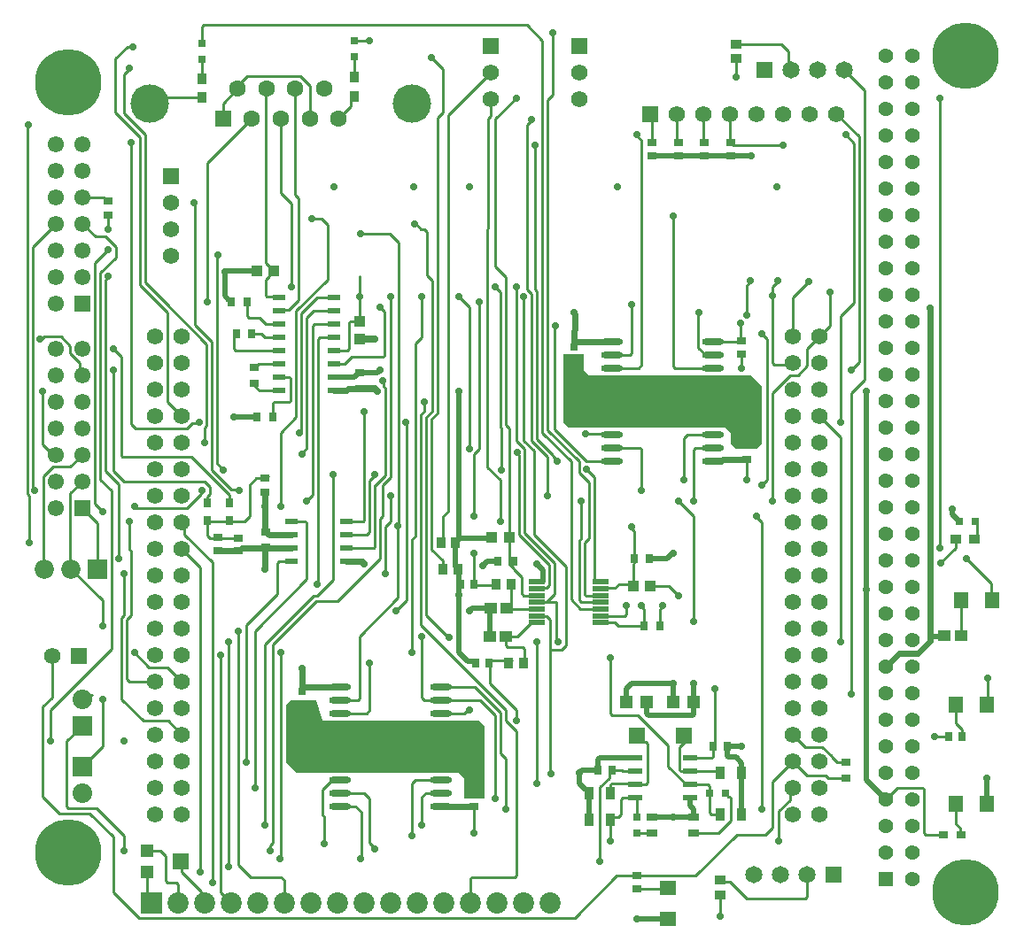
<source format=gbl>
%TF.GenerationSoftware,Altium Limited,Altium Designer,23.1.1 (15)*%
G04 Layer_Physical_Order=4*
G04 Layer_Color=16711680*
%FSLAX25Y25*%
%MOIN*%
%TF.SameCoordinates,FA324DF6-1FC1-44E6-B842-7DB02DEBFDBB*%
%TF.FilePolarity,Positive*%
%TF.FileFunction,Copper,L4,Bot,Signal*%
%TF.Part,Single*%
G01*
G75*
%TA.AperFunction,Conductor*%
%ADD11C,0.01000*%
%ADD12C,0.01968*%
%ADD14C,0.02362*%
%ADD16C,0.02756*%
%TA.AperFunction,ComponentPad*%
%ADD17C,0.14488*%
%ADD18R,0.06299X0.06299*%
%ADD19C,0.06299*%
%ADD20R,0.06201X0.06201*%
%ADD21C,0.06201*%
%ADD22R,0.06102X0.06102*%
%ADD23C,0.06102*%
%ADD24R,0.07972X0.07972*%
%ADD25C,0.07972*%
%ADD26C,0.06496*%
%ADD27R,0.06496X0.06496*%
%ADD28R,0.06201X0.06201*%
%ADD29R,0.07244X0.07244*%
%ADD30C,0.07244*%
%ADD31R,0.06181X0.06181*%
%ADD32C,0.06181*%
%ADD33C,0.05610*%
%ADD34R,0.05610X0.05610*%
%ADD35R,0.07382X0.07382*%
%ADD36C,0.07382*%
%ADD37R,0.06181X0.06181*%
%TA.AperFunction,WasherPad*%
%ADD38C,0.25000*%
%TA.AperFunction,ViaPad*%
%ADD39C,0.02756*%
%TA.AperFunction,SMDPad,CuDef*%
%ADD40R,0.03543X0.03150*%
G04:AMPARAMS|DCode=41|XSize=21.65mil|YSize=49.21mil|CornerRadius=1.95mil|HoleSize=0mil|Usage=FLASHONLY|Rotation=270.000|XOffset=0mil|YOffset=0mil|HoleType=Round|Shape=RoundedRectangle|*
%AMROUNDEDRECTD41*
21,1,0.02165,0.04532,0,0,270.0*
21,1,0.01776,0.04921,0,0,270.0*
1,1,0.00390,-0.02266,-0.00888*
1,1,0.00390,-0.02266,0.00888*
1,1,0.00390,0.02266,0.00888*
1,1,0.00390,0.02266,-0.00888*
%
%ADD41ROUNDEDRECTD41*%
%ADD42R,0.02756X0.02756*%
%ADD43R,0.03150X0.03543*%
%ADD44R,0.03740X0.03150*%
%ADD45R,0.03150X0.03543*%
%ADD46R,0.03543X0.04134*%
G04:AMPARAMS|DCode=47|XSize=17.72mil|YSize=62.99mil|CornerRadius=1.95mil|HoleSize=0mil|Usage=FLASHONLY|Rotation=270.000|XOffset=0mil|YOffset=0mil|HoleType=Round|Shape=RoundedRectangle|*
%AMROUNDEDRECTD47*
21,1,0.01772,0.05909,0,0,270.0*
21,1,0.01382,0.06299,0,0,270.0*
1,1,0.00390,-0.02955,-0.00691*
1,1,0.00390,-0.02955,0.00691*
1,1,0.00390,0.02955,0.00691*
1,1,0.00390,0.02955,-0.00691*
%
%ADD47ROUNDEDRECTD47*%
%ADD48R,0.04724X0.04724*%
%ADD49R,0.05906X0.06299*%
%ADD50O,0.08268X0.02559*%
%ADD51R,0.05118X0.02362*%
%ADD52R,0.03394X0.02613*%
%ADD53R,0.06299X0.05512*%
%ADD54R,0.03937X0.03543*%
%ADD55R,0.03150X0.03150*%
%ADD56R,0.03150X0.03740*%
%ADD57R,0.04469X0.04182*%
%ADD58R,0.04952X0.03985*%
%ADD59R,0.04724X0.04724*%
%ADD60R,0.06299X0.05906*%
%ADD61R,0.03937X0.02953*%
%ADD62R,0.04134X0.03543*%
%ADD63R,0.03543X0.02953*%
%ADD64R,0.05512X0.06299*%
%ADD65R,0.04560X0.03985*%
%ADD66R,0.02613X0.03394*%
%ADD67R,0.03543X0.03150*%
%ADD68R,0.03150X0.03150*%
%ADD69R,0.05512X0.02362*%
%ADD70R,0.03543X0.03937*%
%ADD71R,0.04182X0.04469*%
%ADD72R,0.03765X0.04749*%
G36*
X-261811Y84646D02*
X-202756D01*
X-200787Y82677D01*
Y55118D01*
X-208661D01*
Y62992D01*
X-210630Y64961D01*
X-271654D01*
X-275590Y68898D01*
Y84646D01*
Y90551D01*
X-273903Y92238D01*
X-264342D01*
X-261811Y84646D01*
D02*
G37*
G36*
X-163386Y216535D02*
X-161417Y214567D01*
X-100394D01*
X-96457Y210630D01*
Y188976D01*
X-98425Y187008D01*
X-106299D01*
X-108268Y188976D01*
Y192913D01*
X-110236Y194882D01*
X-169291D01*
X-171260Y196850D01*
Y222441D01*
X-163386D01*
Y216535D01*
D02*
G37*
D11*
X-333849Y196380D02*
X-332091Y194622D01*
X-333849Y196380D02*
Y302140D01*
X-335378Y338377D02*
X-333308D01*
X-333125Y338195D01*
X-339858Y333896D02*
X-335378Y338377D01*
X-339858Y313491D02*
Y333896D01*
X-336614Y328058D02*
X-334696Y329976D01*
Y330209D01*
X-336614Y313076D02*
Y328058D01*
X-339858Y313491D02*
X-330709Y304342D01*
X-216535Y313557D02*
Y329836D01*
X-220995Y334296D02*
X-216535Y329836D01*
X-131538Y135167D02*
X-128000Y131628D01*
X-138555Y135167D02*
X-131538D01*
X-141732Y127478D02*
Y127953D01*
X-147638D02*
X-147561Y127876D01*
X-133858Y127478D02*
Y127953D01*
X-147561Y124601D02*
Y127876D01*
X-313812Y154713D02*
X-303255Y144156D01*
X-314803Y159213D02*
X-313812Y158221D01*
Y154713D02*
Y158221D01*
X-303255Y23622D02*
Y144156D01*
X-307996Y27559D02*
Y142405D01*
X-314803Y149213D02*
X-307996Y142405D01*
X-335555Y100160D02*
Y122453D01*
X-334608Y99213D02*
X-324803D01*
X-335555Y100160D02*
X-334608Y99213D01*
X-330709Y248642D02*
Y304342D01*
X-320213Y204622D02*
Y238146D01*
X-330709Y248642D02*
X-320213Y238146D01*
X-328709Y249572D02*
Y305170D01*
X-321631Y242494D02*
X-321592D01*
X-328709Y249572D02*
X-321631Y242494D01*
X-321592D02*
X-305486Y226387D01*
Y195658D02*
Y226387D01*
X-309978Y233707D02*
Y279457D01*
X-303486Y178998D02*
Y227216D01*
X-309978Y233707D02*
X-303486Y227216D01*
X-310134Y279613D02*
X-309978Y279457D01*
X-222756Y124331D02*
X-214420Y115995D01*
X-224756Y120426D02*
X-192913Y88583D01*
X-228346Y152687D02*
X-226756Y154278D01*
X-222756Y198932D02*
X-220622Y201066D01*
X-224756Y199760D02*
X-223500Y201016D01*
X-220756Y198103D02*
X-218535Y200324D01*
X-220756Y149032D02*
X-216535Y144812D01*
X-224756Y120426D02*
Y199760D01*
X-222756Y124331D02*
Y198932D01*
X-226756Y154278D02*
Y226605D01*
X-224410Y228952D01*
X-220756Y149032D02*
Y198103D01*
X-216535Y141732D02*
Y144812D01*
X-283342Y244680D02*
X-282756Y244094D01*
X-283342Y250567D02*
X-281989Y251921D01*
X-283342Y244680D02*
Y250567D01*
X-282756Y244094D02*
X-278268D01*
X-281989Y251921D02*
Y252346D01*
X-280398Y253937D02*
X-280254D01*
X-281989Y252346D02*
X-280398Y253937D01*
X-278268Y244094D02*
X-278051Y243878D01*
X-283295Y257003D02*
Y322237D01*
Y257003D02*
X-282940Y256649D01*
X-281989Y255528D02*
X-280398Y253937D01*
X-282940Y256623D02*
X-281989Y255671D01*
X-283295Y322237D02*
X-283012Y322520D01*
X-282940Y256623D02*
Y256649D01*
X-280398Y253937D02*
X-280254D01*
X-281989Y255528D02*
Y255671D01*
X-301486Y181407D02*
Y259534D01*
X-301181Y259839D01*
X-34847Y41551D02*
X-27968D01*
X-290354Y242126D02*
X-290280Y242051D01*
Y236806D02*
Y242051D01*
X-289694Y236221D02*
X-285433D01*
X-290280Y236806D02*
X-289694Y236221D01*
X-288386Y230315D02*
X-284790D01*
X-278159Y228986D02*
X-278051Y228878D01*
X-284790Y230315D02*
X-283461Y228986D01*
X-278159D01*
X-285846Y218878D02*
X-278051D01*
X-287205Y217520D02*
X-285846Y218878D01*
X-287402Y217520D02*
X-287205D01*
X-279889Y204724D02*
X-274302D01*
X-280474Y204139D02*
X-279889Y204724D01*
X-280474Y198856D02*
Y204139D01*
X-102362Y175197D02*
Y182230D01*
Y183071D01*
X-187816Y154484D02*
Y184267D01*
Y154484D02*
X-176453Y143121D01*
X-188658Y185109D02*
Y185584D01*
Y185109D02*
X-187816Y184267D01*
X-134740Y120181D02*
Y126596D01*
X-133858Y127478D01*
X-148147Y124016D02*
X-147561Y124601D01*
X-140922Y120253D02*
X-140748Y120079D01*
X-141732Y127478D02*
X-140922Y126668D01*
Y120253D02*
Y126668D01*
X-157087Y124016D02*
X-148147D01*
X-134843Y120079D02*
X-134740Y120181D01*
X-141732Y120079D02*
X-140748D01*
X-150495D02*
X-141732D01*
X-157087Y121457D02*
X-151873D01*
X-150495Y120079D01*
X-204724Y42323D02*
Y52165D01*
X-73721Y74622D02*
X-70213Y71114D01*
X-68232Y68898D02*
X-64961D01*
X-70213Y70878D02*
X-68232Y68898D01*
X-70213Y70878D02*
Y71114D01*
X-80213Y74622D02*
X-73721D01*
X-84803Y79213D02*
X-80213Y74622D01*
X-74803Y199213D02*
X-66929Y191339D01*
X-62992Y94488D02*
Y207801D01*
X-57840Y212953D01*
X-66929Y114173D02*
Y191339D01*
X-72518Y63803D02*
X-71706Y62992D01*
X-64961D01*
X-84803Y69213D02*
X-79394Y63803D01*
X-72518D01*
X-96457Y51181D02*
Y159316D01*
X-98425Y161284D02*
Y161417D01*
Y161284D02*
X-96457Y159316D01*
X-23672Y149617D02*
Y152587D01*
X-29179Y143966D02*
Y144110D01*
X-23672Y149617D01*
X-19685Y145669D02*
X-10157Y136141D01*
Y130235D02*
Y136141D01*
X-9843Y129921D02*
X-7874Y131890D01*
X-10157Y130235D02*
X-9843Y129921D01*
X-257308Y218804D02*
X-253657D01*
X-251005Y221457D01*
X-239207D01*
X-257382Y218878D02*
X-257308Y218804D01*
X-240158Y240158D02*
X-238621Y238621D01*
X-239207Y221457D02*
X-238621Y222042D01*
Y238621D01*
X-236221Y176172D02*
Y244083D01*
X-239098Y173294D02*
X-236221Y176172D01*
X-236232Y244094D02*
X-236221Y244083D01*
X-236252Y159550D02*
Y169260D01*
X-233354Y170495D02*
X-233343Y170483D01*
X-233354Y168088D02*
X-233343Y168099D01*
X-233354Y157831D02*
Y168088D01*
X-233431Y157754D02*
X-233354Y157831D01*
X-233343Y168099D02*
Y170483D01*
X-233354Y170495D02*
Y264717D01*
X-236252Y169260D02*
X-236221Y169291D01*
X-236708Y268071D02*
X-233354Y264717D01*
X-233431Y130742D02*
Y157754D01*
X-248031Y116142D02*
X-233431Y130742D01*
X-238094Y139858D02*
Y157708D01*
X-236252Y159550D01*
X-230346Y129890D02*
Y196880D01*
X-228346Y110236D02*
Y152687D01*
X-331470Y164622D02*
X-312849D01*
X-307423Y170049D01*
Y170924D01*
X-307087Y171260D01*
X-304528Y159449D02*
X-291339D01*
X-304299Y153310D02*
X-293443D01*
X-305118Y154129D02*
Y160039D01*
Y154129D02*
X-304299Y153310D01*
X-305118Y160039D02*
X-304528Y159449D01*
X-289370Y161417D02*
Y173228D01*
X-291339Y159449D02*
X-289370Y161417D01*
Y173228D02*
X-286811Y175787D01*
X-283465D01*
X-311119Y183803D02*
X-296993Y169678D01*
Y166695D02*
Y169678D01*
X-296083Y171596D02*
X-293643D01*
X-303486Y178998D02*
X-296083Y171596D01*
X-293643D02*
X-293307Y171260D01*
X-293443Y153310D02*
X-293404D01*
X-282449Y176231D02*
X-282154Y176526D01*
X-198819Y98425D02*
Y106264D01*
X-199104D02*
X-198141Y107227D01*
X-190601D01*
X-185828Y106691D02*
Y111619D01*
X-186221Y106299D02*
X-185828Y106691D01*
X-192328Y112205D02*
X-186414D01*
X-185828Y111619D01*
X-204794Y135897D02*
Y147568D01*
X-204724Y135827D02*
X-204589Y135692D01*
X-190994Y127867D02*
Y136026D01*
X-192287Y126575D02*
X-190994Y127867D01*
X-192287Y126575D02*
X-181102D01*
X-204589Y135692D02*
X-196592D01*
X-196457Y135827D01*
X-191672Y153543D02*
Y160690D01*
X-194882Y159449D02*
Y175193D01*
X-191672Y149606D02*
Y153543D01*
Y160690D02*
X-191536Y160826D01*
X-191672Y143590D02*
Y149606D01*
X-191536Y160826D02*
Y194613D01*
X-204724Y161417D02*
Y184906D01*
X-202756Y186875D02*
Y242126D01*
X-204724Y184906D02*
X-202756Y186875D01*
X-194882Y195131D02*
X-194414Y194663D01*
Y178796D02*
Y194663D01*
X-199728Y180040D02*
Y269733D01*
Y180040D02*
X-194882Y175193D01*
Y195131D02*
Y246063D01*
X-196736Y255476D02*
X-192882Y251621D01*
X-196850Y248031D02*
X-194882Y246063D01*
X-192882Y195959D02*
X-191536Y194613D01*
X-192882Y195959D02*
Y251621D01*
X-223386Y269683D02*
X-222441Y268738D01*
X-224947Y269683D02*
X-223386D01*
X-227172Y271433D02*
X-226697D01*
X-224947Y269683D01*
X-222441Y252101D02*
Y268738D01*
X-247540Y268071D02*
X-236708D01*
X-360917Y49620D02*
X-349401D01*
X-367051Y55753D02*
X-360917Y49620D01*
X-349401D02*
X-340551Y40769D01*
X-357682Y51646D02*
X-346921D01*
X-358268Y52232D02*
Y76772D01*
Y52232D02*
X-357682Y51646D01*
X-346921D02*
X-336614Y41339D01*
X-340551Y19827D02*
Y40769D01*
Y19827D02*
X-330985Y10262D01*
X-358268Y76772D02*
X-352362Y82677D01*
X-336614Y35433D02*
Y41339D01*
X-166903Y10262D02*
X-151065Y26100D01*
X-330985Y10262D02*
X-166903D01*
X-367051Y55753D02*
Y89785D01*
X-363650Y93186D01*
Y108798D01*
X-364173Y76772D02*
Y88583D01*
X-341335Y111421D01*
X-356756Y142032D02*
X-344488Y129764D01*
Y120079D02*
Y129764D01*
X-157480Y59429D02*
X-153856Y63054D01*
Y64912D02*
X-153002Y65766D01*
X-153856Y63054D02*
Y64912D01*
X-176110Y111295D02*
Y122592D01*
Y111295D02*
X-176110Y111295D01*
X-176110Y64664D02*
Y111295D01*
X-176110Y111295D02*
X-172036D01*
X-170350Y112981D01*
Y142676D01*
X-176110Y64664D02*
X-176027Y64581D01*
X-177446Y123843D02*
X-176210Y122607D01*
X-181102Y124016D02*
X-180929Y124189D01*
X-273654Y250961D02*
Y279237D01*
X-277559Y283143D02*
X-273654Y279237D01*
X-129921Y217810D02*
Y274522D01*
X-129912Y274531D01*
X-223500Y201016D02*
Y204724D01*
X-222441Y252101D02*
X-220622Y250283D01*
Y201066D02*
Y250283D01*
X-218535Y311557D02*
X-216535Y313557D01*
X-218535Y200324D02*
Y311557D01*
X-234186Y126051D02*
X-230346Y129890D01*
X-230382Y196916D02*
X-230346Y196880D01*
X-224410Y93106D02*
X-223607Y92303D01*
X-224410Y93106D02*
Y116009D01*
X-224476Y116075D02*
X-224410Y116009D01*
X-177120Y193860D02*
Y318303D01*
X-175197Y320226D01*
X-181255Y190736D02*
Y246149D01*
X-181997Y246892D02*
X-181255Y246149D01*
X-184875Y308758D02*
X-183071Y310563D01*
Y311024D01*
X-184875Y246941D02*
X-183255Y245321D01*
X-181997Y246892D02*
Y301181D01*
X-185039Y346457D02*
X-179120Y340537D01*
X-184875Y246941D02*
Y308758D01*
X-179120Y193032D02*
Y340537D01*
X-189011Y190007D02*
X-185780Y186776D01*
X-189011Y190007D02*
Y247997D01*
X-177446Y129134D02*
X-174016D01*
X-183255Y189908D02*
X-177165Y183818D01*
X-181102Y129134D02*
X-177446D01*
X-189011Y247997D02*
X-188976Y248031D01*
X-186133Y189957D02*
Y244094D01*
Y189957D02*
X-182305Y186130D01*
X-183255Y189908D02*
Y245321D01*
X-181255Y190736D02*
X-175165Y184647D01*
X-129921Y217810D02*
X-129335Y217224D01*
X-107165Y301181D02*
X-88583D01*
X-108425Y302441D02*
X-107165Y301181D01*
X-174591Y231833D02*
X-174577Y231847D01*
Y232961D01*
X-177120Y193860D02*
X-165354Y182095D01*
X-179120Y193032D02*
X-168350Y182263D01*
X-174577Y232961D02*
X-174241Y233297D01*
X-92520Y244429D02*
Y248031D01*
Y242126D02*
Y244429D01*
X-102362Y237311D02*
Y248401D01*
X-100937Y249826D01*
Y250302D01*
X-145669Y222810D02*
Y241216D01*
X-262060Y273622D02*
X-259842Y271405D01*
X-265748Y273622D02*
X-262060D01*
X-259842Y250673D02*
Y271405D01*
X-206693Y187008D02*
Y240158D01*
X-210630Y244094D02*
X-206693Y240158D01*
X-214567Y163386D02*
Y312697D01*
X-216535Y161417D02*
X-214567Y163386D01*
Y312697D02*
X-198524Y328740D01*
X-273654Y248016D02*
X-273606Y248063D01*
X-273654Y250961D02*
X-273606Y250914D01*
Y248063D02*
Y250914D01*
X-199529Y311173D02*
X-198524Y312179D01*
X-199529Y269932D02*
Y311173D01*
X-199728Y269733D02*
X-199529Y269932D01*
X-196736Y311138D02*
X-188976Y318898D01*
X-196736Y255476D02*
Y311138D01*
X-248031Y234767D02*
Y251969D01*
X-224410Y228952D02*
Y244094D01*
X-23672Y152587D02*
X-23475Y152784D01*
X-21654Y116574D02*
Y129921D01*
Y116574D02*
X-21566Y116487D01*
X-21803Y41569D02*
X-21684Y41450D01*
X-23676Y45796D02*
X-21803Y43923D01*
Y41569D02*
Y43923D01*
X-23676Y45796D02*
Y53096D01*
X-11811Y90551D02*
X-11613Y90749D01*
Y100728D01*
X-21286Y78882D02*
X-21144Y78740D01*
X-21286Y78882D02*
Y81352D01*
X-23622Y83687D02*
X-21286Y81352D01*
X-23622Y83687D02*
Y90551D01*
X-31496Y78740D02*
X-26100D01*
X-11811Y90551D02*
X-9843Y88583D01*
X-57840Y212953D02*
Y321777D01*
X-29528Y149606D02*
Y318898D01*
X-192913Y84513D02*
Y88583D01*
X-368081Y228346D02*
X-367606D01*
X-366676Y229276D01*
X-360320D01*
X-356756Y225712D01*
Y222839D02*
Y225712D01*
Y222839D02*
X-353181Y219264D01*
Y215701D02*
Y219264D01*
Y215701D02*
X-352205Y214724D01*
X-372959Y170070D02*
Y308626D01*
X-372659Y308926D01*
X-372959Y170070D02*
X-372047Y169158D01*
X-175197Y320226D02*
Y343547D01*
X-372047Y151575D02*
Y169158D01*
X-370959Y172615D02*
Y262899D01*
X-362205Y271654D01*
X-370959Y172615D02*
X-370079Y171735D01*
Y171260D02*
Y171735D01*
X-366756Y176610D02*
X-363192Y180173D01*
X-366756Y142032D02*
Y176610D01*
Y142032D02*
X-366457Y141732D01*
X-367201Y199298D02*
Y208661D01*
X-367335Y188725D02*
X-363334Y184724D01*
X-367335Y188725D02*
Y199164D01*
X-367201Y199298D01*
X-106299Y326772D02*
Y333858D01*
X-363334Y184724D02*
X-362205D01*
X-320213Y204622D02*
X-314803Y199213D01*
X-336614Y313076D02*
X-328709Y305170D01*
X-311009Y196514D02*
X-308700D01*
X-312902Y194622D02*
X-311009Y196514D01*
X-301486Y181407D02*
X-299213Y179134D01*
X-308700Y196514D02*
X-308364Y196850D01*
X-306364Y194780D02*
X-305486Y195658D01*
X-306364Y189340D02*
Y194780D01*
X-299213Y178796D02*
Y179134D01*
X-295276Y224464D02*
X-294690Y223878D01*
X-278051D01*
X-295276Y224464D02*
Y230315D01*
X-337056Y183803D02*
X-311119D01*
X-175165Y184303D02*
Y184647D01*
X-173422Y182084D02*
Y182560D01*
X-175165Y184303D02*
X-173422Y182560D01*
X-185780Y155277D02*
X-174453Y143950D01*
X-185780Y155277D02*
Y186776D01*
X-182305Y154630D02*
Y186130D01*
X-177165Y169291D02*
Y183818D01*
X-174591Y194276D02*
X-162539Y182224D01*
X-174591Y194276D02*
Y231833D01*
X-165354Y177942D02*
Y182095D01*
X-162539Y182224D02*
X-152953D01*
X-168350Y130089D02*
Y182263D01*
X-125984Y175197D02*
Y190945D01*
X-162476Y179134D02*
X-159541Y176199D01*
X-164836Y126575D02*
X-157087D01*
X-168350Y130089D02*
X-164836Y126575D01*
X-127953Y167323D02*
X-122047Y161417D01*
Y122047D02*
Y161417D01*
X-238189Y139764D02*
X-238094Y139858D01*
X-239098Y161637D02*
Y173294D01*
X-240094Y160641D02*
X-239098Y161637D01*
X-336562Y174622D02*
X-306379D01*
X-304209Y169945D02*
Y172452D01*
X-306379Y174622D02*
X-304209Y172452D01*
X-305118Y169035D02*
X-304209Y169945D01*
X-305118Y165650D02*
Y169035D01*
X-347398Y256933D02*
X-342520Y261811D01*
X-347398Y166295D02*
Y256933D01*
Y166295D02*
X-344488Y163386D01*
X-352205Y271654D02*
X-347358Y266807D01*
X-343446D02*
X-339642Y263003D01*
X-345398Y253161D02*
X-339642Y258916D01*
X-347358Y266807D02*
X-343446D01*
X-339642Y258916D02*
Y263003D01*
X-345398Y175257D02*
Y253161D01*
X-340520Y178580D02*
Y216535D01*
X-343398Y250615D02*
X-342520Y251493D01*
X-345398Y175257D02*
X-341335Y171194D01*
X-343398Y178629D02*
Y250615D01*
Y178629D02*
X-338457Y173688D01*
X-340520Y178580D02*
X-336562Y174622D01*
X-342520Y251493D02*
Y251969D01*
X-338457Y145669D02*
Y173688D01*
X-341335Y111421D02*
Y171194D01*
X-337555Y92663D02*
X-329315Y84423D01*
X-333736Y124272D02*
Y148318D01*
X-334646Y149227D02*
Y159449D01*
Y149227D02*
X-333736Y148318D01*
X-337555Y123282D02*
X-336614Y124223D01*
X-337555Y92663D02*
Y123282D01*
X-336614Y124223D02*
Y139764D01*
X-335555Y122453D02*
X-333736Y124272D01*
X-337642Y184389D02*
X-337056Y183803D01*
X-337642Y184389D02*
Y221532D01*
X-332677Y110236D02*
X-327063Y104622D01*
X-320213D01*
X-45695Y59305D02*
X-36019D01*
X-35433Y42137D02*
Y58719D01*
X-36019Y59305D02*
X-35433Y58719D01*
Y42137D02*
X-34847Y41551D01*
X-182305Y154630D02*
X-170350Y142676D01*
X-180929Y123843D02*
X-177446D01*
X-181102Y124016D02*
X-180929Y123843D01*
X-174016Y114961D02*
X-173228Y114173D01*
X-174016Y114961D02*
Y129134D01*
X-177446Y129307D02*
X-174453Y132300D01*
Y143950D01*
X-180929Y134425D02*
X-177446D01*
X-176453Y135418D02*
Y143121D01*
X-177446Y134425D02*
X-176453Y135418D01*
X-159541Y137197D02*
X-159155Y136811D01*
X-164476Y153281D02*
Y167323D01*
X-159155Y136811D02*
X-157087D01*
X-163354Y132279D02*
X-162768Y131693D01*
X-159541Y137197D02*
Y176199D01*
X-163354Y151575D02*
X-161598Y153331D01*
Y174186D01*
X-162768Y131693D02*
X-157087D01*
X-165354Y152403D02*
X-164476Y153281D01*
X-165354Y129921D02*
Y152403D01*
X-164567Y129134D02*
X-157087D01*
X-163354Y132279D02*
Y151575D01*
X-165354Y129921D02*
X-164567Y129134D01*
X-165354Y177942D02*
X-161598Y174186D01*
X-332091Y194622D02*
X-312902D01*
X-332677Y165354D02*
X-332202D01*
X-331470Y164622D01*
X-324512Y319188D02*
X-307189D01*
X-326772Y316929D02*
X-324512Y319188D01*
X-307189D02*
X-307087Y319291D01*
X-290317Y327169D02*
X-270180D01*
X-293917Y322520D02*
Y323569D01*
X-290317Y327169D01*
X-299370Y317067D02*
X-293917Y322520D01*
X-271716Y198800D02*
Y238799D01*
X-270776Y243004D02*
Y281274D01*
X-272106Y282605D02*
X-270776Y281274D01*
X-277559Y192957D02*
X-271716Y198800D01*
Y238799D02*
X-259842Y250673D01*
X-277559Y165354D02*
Y192957D01*
X-274311Y213878D02*
X-273716Y213283D01*
Y205310D02*
Y213283D01*
X-272106Y282605D02*
Y322520D01*
X-274302Y204724D02*
X-273716Y205310D01*
X-274701Y239078D02*
X-270776Y243004D01*
X-278051Y238878D02*
X-277851Y239078D01*
X-274701D01*
X-267717Y236221D02*
X-265059Y238878D01*
X-269717Y192913D02*
Y237433D01*
X-269717Y237847D02*
X-264751Y242936D01*
X-267717Y192913D02*
Y236221D01*
X-269717Y237433D02*
X-269717Y237847D01*
X-265059Y238878D02*
X-257382D01*
X-342520Y269685D02*
Y275000D01*
X-257874Y137662D02*
Y177165D01*
X-264038Y131498D02*
X-257874Y137662D01*
X-283465Y113198D02*
X-265164Y131498D01*
X-264038D01*
X-283465Y45276D02*
Y113198D01*
X-287116Y59374D02*
Y118396D01*
X-267717Y137795D01*
Y158863D01*
X-263616Y135990D02*
Y192104D01*
X-263779Y135827D02*
X-263616Y135990D01*
X-280438Y38460D02*
Y113396D01*
X-264336Y129498D02*
X-256196D01*
X-280438Y113396D02*
X-264336Y129498D01*
X-290478Y120689D02*
X-278861Y132305D01*
Y143863D01*
X-290478Y69054D02*
Y120689D01*
X-277680Y32676D02*
Y110115D01*
X-277801Y32555D02*
X-277680Y32676D01*
Y110115D02*
X-277559Y110236D01*
X-293457Y30221D02*
X-288827Y25591D01*
X-293457Y30221D02*
Y118164D01*
X-300377Y20018D02*
X-296378Y16018D01*
X-300377Y20018D02*
Y109130D01*
X-296378Y15748D02*
Y16018D01*
X-297244Y29528D02*
Y114173D01*
X-314834Y27432D02*
Y31172D01*
X-315158Y31496D02*
X-314834Y31172D01*
Y27432D02*
X-311024Y23622D01*
X-311024D01*
X-307643Y17013D02*
X-306378Y15748D01*
X-307643Y17013D02*
Y20242D01*
X-311024Y23622D02*
X-307643Y20242D01*
X-238794Y210396D02*
X-238252Y209854D01*
Y176969D02*
Y209854D01*
X-241993Y173228D02*
X-238252Y176969D01*
X-238794Y210396D02*
Y212263D01*
X-239130Y212598D02*
X-238794Y212263D01*
X-242094Y150066D02*
Y173228D01*
X-241993D01*
X-240094Y145599D02*
Y160641D01*
X-214420Y115995D02*
X-214343D01*
X-281445Y37452D02*
X-280438Y38460D01*
X-223607Y92303D02*
X-217126D01*
X-188976Y26176D02*
Y80576D01*
X-92570Y44321D02*
Y61446D01*
X-95199Y41692D02*
X-92570Y44321D01*
Y61446D02*
X-84803Y69213D01*
X-90204Y39252D02*
X-90074Y39382D01*
Y50433D02*
X-85795Y54713D01*
X-90074Y39382D02*
Y50433D01*
X-105946Y41692D02*
X-95199D01*
X-85795Y58221D02*
X-84803Y59213D01*
X-85795Y54713D02*
Y58221D01*
X-144578Y143808D02*
Y155914D01*
X-145669Y157005D02*
X-144578Y155914D01*
X-145669Y157005D02*
Y157480D01*
X-121538Y26100D02*
X-105946Y41692D01*
X-143701Y26100D02*
X-121538D01*
X-234186Y125918D02*
Y126051D01*
X-281496Y35433D02*
X-281445Y35484D01*
Y37452D01*
X-247525Y32585D02*
X-247329Y32782D01*
Y50217D01*
X-249415Y52303D02*
X-247329Y50217D01*
X-261811Y48920D02*
X-261372Y48482D01*
Y38265D02*
Y48482D01*
X-261811Y48920D02*
Y58661D01*
X-258169Y62303D01*
X-256196Y129498D02*
X-240094Y145599D01*
X-248031Y92889D02*
Y116142D01*
X-248617Y92303D02*
X-248031Y92889D01*
X-252756Y149449D02*
X-242712D01*
X-242094Y150066D01*
X-255315Y92303D02*
X-248617D01*
X-228346Y60919D02*
X-226963Y62303D01*
X-228346Y41339D02*
Y60919D01*
X-224512Y45378D02*
Y55779D01*
Y45378D02*
X-224410Y45276D01*
X-224512Y55779D02*
X-223026Y57266D01*
X-192913Y84513D02*
X-188976Y80576D01*
X-216535Y152362D02*
Y161417D01*
X-217323Y151575D02*
X-216535Y152362D01*
X-189562Y25591D02*
X-188976Y26176D01*
X-196913Y71335D02*
Y86677D01*
X-194913Y72163D02*
X-192913Y70163D01*
X-204711Y97303D02*
X-194913Y87506D01*
X-202539Y92303D02*
X-196913Y86677D01*
X-205792Y25591D02*
X-189562D01*
X-192913Y51181D02*
Y70163D01*
X-196850Y55118D02*
Y71272D01*
X-194913Y72163D02*
Y87506D01*
X-196913Y71335D02*
X-196850Y71272D01*
X-198819Y98425D02*
X-188976Y88583D01*
Y84646D02*
Y88583D01*
X-206378Y15748D02*
Y25005D01*
X-205792Y25591D01*
X-288827D02*
X-277559D01*
X-329315Y84423D02*
X-320013D01*
X-314803Y79213D01*
X-320213Y104622D02*
X-314803Y99213D01*
X-276378Y15748D02*
Y24409D01*
X-277559Y25591D02*
X-276378Y24409D01*
X-349028Y94285D02*
X-348629D01*
X-352362Y67087D02*
X-344488Y74961D01*
Y92520D01*
X-258169Y62303D02*
X-255315D01*
X-198524Y312179D02*
Y318740D01*
X-306501Y346457D02*
X-185039D01*
X-307087Y345871D02*
X-306501Y346457D01*
X-307087Y339567D02*
Y345871D01*
X-153195Y192467D02*
X-152953Y192224D01*
X-162813Y192467D02*
X-153195D01*
X-181102Y134252D02*
X-180929Y134425D01*
X-250000Y340551D02*
X-250000Y340551D01*
X-244094D01*
X-189961Y141535D02*
X-186940Y138515D01*
X-189961Y141535D02*
Y141929D01*
X-191672Y143590D02*
X-191086Y143004D01*
X-191035D02*
X-189961Y141929D01*
X-191086Y143004D02*
X-191035D01*
X-141732Y218504D02*
Y303017D01*
X-143701Y304985D02*
Y305118D01*
X-143012Y217224D02*
X-141732Y218504D01*
X-143701Y304985D02*
X-141732Y303017D01*
X-146255Y222224D02*
X-145669Y222810D01*
X-152953Y217224D02*
X-143012D01*
X-152953Y222224D02*
X-146255D01*
X-144942Y143443D02*
X-144578Y143808D01*
X-340520Y224410D02*
X-337642Y221532D01*
X-352362Y92677D02*
X-350635D01*
X-181102Y61024D02*
Y114173D01*
X-186940Y132476D02*
Y138515D01*
X-307087Y339567D02*
X-307087Y339567D01*
X-157087Y124016D02*
X-157087Y124016D01*
X-92488Y167354D02*
Y208020D01*
X-92520Y167323D02*
X-92488Y167354D01*
X-94488Y175197D02*
Y228346D01*
X-79394Y224622D02*
X-70866Y233150D01*
X-96457Y230315D02*
X-94488Y228346D01*
X-96457Y173228D02*
X-94488Y175197D01*
X-92488Y208020D02*
X-85886Y214622D01*
X-244094Y155512D02*
Y175064D01*
X-242126Y177032D02*
Y177165D01*
X-244094Y175064D02*
X-242126Y177032D01*
X-246094Y160035D02*
Y200756D01*
X-252756Y159449D02*
X-246680D01*
X-246094Y160035D01*
Y200756D02*
X-246063Y200787D01*
X-263030Y228878D02*
X-257382D01*
X-263616Y192104D02*
X-263616Y228292D01*
X-263030Y228878D01*
X-66929Y236894D02*
X-61847Y241977D01*
Y302004D01*
X-64961Y305118D02*
X-61847Y302004D01*
X-62992Y216535D02*
X-59847Y219681D01*
X-68425Y312992D02*
X-59847Y304413D01*
Y219681D02*
Y304413D01*
X-66929Y196850D02*
Y236894D01*
X-65709Y329646D02*
X-57840Y321777D01*
X-27968Y41551D02*
X-27756Y41339D01*
X-70866Y233150D02*
Y246063D01*
X-352205Y281653D02*
X-344350D01*
X-342815Y280118D01*
X-342520D01*
X-104395Y227623D02*
Y234153D01*
X-90551Y250000D02*
Y250078D01*
X-104395Y227623D02*
X-104331Y227559D01*
X-92520Y248031D02*
X-90551Y250000D01*
X-120398Y237870D02*
X-120079Y238189D01*
X-120398Y225004D02*
Y237870D01*
X-106299Y339370D02*
X-89370D01*
X-86614Y336614D01*
Y330551D02*
X-85709Y329646D01*
X-86614Y330551D02*
Y336614D01*
X-84803Y243937D02*
X-78740Y250000D01*
X-84803Y229213D02*
Y243937D01*
X-85886Y214622D02*
X-82902D01*
X-79394Y218130D02*
Y224622D01*
X-82902Y214622D02*
X-79394Y218130D01*
X-122047Y167323D02*
Y171260D01*
X-122047Y171260D02*
X-122047Y171260D01*
X-92488Y219090D02*
X-91902Y218504D01*
X-92488Y219090D02*
Y242094D01*
X-92520Y242126D02*
X-92488Y242094D01*
X-91902Y218504D02*
X-85512D01*
X-84803Y219213D01*
X-129335Y217224D02*
X-114764D01*
X-120398Y225004D02*
X-117618Y222224D01*
X-114764D01*
X-108425Y302441D02*
Y312992D01*
X-118425Y302480D02*
X-118110Y302165D01*
X-118425Y302480D02*
Y312992D01*
X-128425Y302638D02*
Y312992D01*
Y302638D02*
X-127953Y302165D01*
X-138425Y312992D02*
X-137795Y312362D01*
Y302165D02*
Y312362D01*
X-110933Y23925D02*
X-108571D01*
X-102362Y17717D02*
X-80231D01*
X-108571Y23925D02*
X-102362Y17717D01*
X-80231D02*
X-79646Y18302D01*
Y26654D01*
X-112205Y25197D02*
X-110933Y23925D01*
X-112205Y11024D02*
Y18898D01*
X-50000Y55000D02*
X-45695Y59305D01*
X-143701Y21144D02*
X-132399D01*
X-131890Y21654D01*
X-151065Y26100D02*
X-143701D01*
X-15708Y153546D02*
Y158861D01*
X-16298Y159451D02*
X-15708Y158861D01*
X-363192Y180173D02*
X-356756D01*
X-352205Y184724D01*
X-356756Y142032D02*
Y170173D01*
X-352205Y174724D01*
X-346457Y141732D02*
Y158976D01*
X-352205Y164724D02*
X-346457Y158976D01*
X-217126Y97303D02*
X-204711D01*
X-207168Y88583D02*
X-206693D01*
X-217126Y92303D02*
X-202539D01*
X-208448Y87303D02*
X-207168Y88583D01*
X-217126Y87303D02*
X-208448D01*
X-244094Y88583D02*
Y106299D01*
X-245158Y154449D02*
X-244094Y155512D01*
X-252756Y154449D02*
X-245158D01*
X-244094Y38444D02*
Y55118D01*
Y38444D02*
X-242126Y36476D01*
Y36342D02*
Y36476D01*
X-269685Y185039D02*
Y185172D01*
X-267717Y167323D02*
X-265616Y169423D01*
X-269685Y185172D02*
X-267717Y187141D01*
X-265616Y233292D02*
X-265031Y233878D01*
X-267717Y187141D02*
Y192913D01*
X-267717Y192913D01*
X-265616Y169423D02*
Y233292D01*
X-273622Y159449D02*
X-268302D01*
X-267717Y158863D01*
X-265031Y233878D02*
X-257382D01*
X-151718Y134425D02*
X-150316Y135827D01*
X-156913Y134425D02*
X-151718D01*
X-157087Y134252D02*
X-156913Y134425D01*
X-150316Y135827D02*
X-144942D01*
Y143443D01*
X-183366Y121457D02*
X-181102D01*
X-192913Y116142D02*
X-188681D01*
X-192913Y112791D02*
Y116142D01*
Y112791D02*
X-192328Y112205D01*
X-188681Y116142D02*
X-183366Y121457D01*
X-186157Y131693D02*
X-181102D01*
X-186940Y132476D02*
X-186157Y131693D01*
X-250000Y334646D02*
Y335629D01*
Y326772D02*
Y334646D01*
X-307087Y333661D02*
X-307087Y333661D01*
Y326378D02*
Y333661D01*
X-277559Y283143D02*
Y311339D01*
X-264751Y242936D02*
X-264172Y243516D01*
X-263809Y243878D01*
X-257382D01*
X-251969Y234181D02*
X-251383Y234767D01*
X-251969Y224464D02*
Y234181D01*
X-251383Y234767D02*
X-248031D01*
X-305118Y242126D02*
Y294685D01*
X-288465Y311339D01*
X-252554Y223878D02*
X-251969Y224464D01*
X-257382Y223878D02*
X-252554D01*
X-278051Y213878D02*
X-274311D01*
X-285650Y208878D02*
X-278051D01*
X-287402Y210630D02*
X-285650Y208878D01*
X-285433Y236221D02*
X-283090Y233878D01*
X-278051D01*
X-283465Y149606D02*
X-283465Y149606D01*
X-278276Y144449D02*
X-273622D01*
X-278861Y143863D02*
X-278276Y144449D01*
X-104331Y222441D02*
X-104245Y222356D01*
Y217087D02*
Y222356D01*
X-141732Y171260D02*
Y186639D01*
X-152953Y187224D02*
X-142318D01*
X-141732Y186639D01*
X-125984Y190945D02*
X-124705Y192224D01*
X-114764D01*
X-122047Y171260D02*
Y186639D01*
X-121461Y187224D01*
X-114764D01*
Y227224D02*
X-104665D01*
X-104331Y227559D01*
X-245374Y87303D02*
X-244094Y88583D01*
X-255315Y87303D02*
X-245374D01*
X-246280Y57303D02*
X-244094Y55118D01*
X-255315Y57303D02*
X-246280D01*
X-255315Y52303D02*
X-249415D01*
X-226963Y62303D02*
X-217126D01*
X-223026Y57266D02*
X-217164D01*
X-217126Y57303D01*
X-143701Y78937D02*
X-141248Y76484D01*
X-140223D02*
X-139637Y75898D01*
X-140223Y60492D02*
X-139637Y61078D01*
Y75898D01*
X-144291Y60492D02*
X-140223D01*
X-141248Y76484D02*
X-140223D01*
X-157480Y31496D02*
Y59429D01*
X-114173Y75394D02*
Y96457D01*
X-114764Y74803D02*
X-114173Y75394D01*
X-114764Y71078D02*
Y74803D01*
X-123425Y70492D02*
X-115350D01*
X-114764Y71078D01*
X-153543Y87200D02*
Y108268D01*
Y87200D02*
X-152957Y86614D01*
X-143154D01*
X-131858Y75318D01*
Y67350D02*
Y75318D01*
Y67350D02*
X-125000Y60492D01*
X-123425D01*
X-124016Y76968D02*
Y78357D01*
X-127681Y66078D02*
X-127095Y65492D01*
X-127681Y66078D02*
Y74691D01*
X-124710Y77663D02*
X-124016Y76968D01*
X-124710Y77663D02*
X-124016Y78357D01*
X-127095Y65492D02*
X-123425D01*
X-127681Y74691D02*
X-124710Y77663D01*
X-125984Y78937D02*
X-124710Y77663D01*
X-123425Y65492D02*
X-112736D01*
X-153445Y39370D02*
Y47244D01*
X-149294Y65766D02*
X-149021Y65492D01*
X-153002Y65766D02*
X-149294D01*
X-149021Y65492D02*
X-144291D01*
X-143701Y42323D02*
X-138780D01*
X-144291Y55492D02*
X-143701Y54901D01*
Y48229D02*
Y54901D01*
X-110236Y57087D02*
X-109161Y56012D01*
X-108853D02*
X-108268Y55426D01*
X-109161Y56012D02*
X-108853D01*
X-108268Y46870D02*
Y55426D01*
X-112815Y42323D02*
X-108268Y46870D01*
X-116142Y49798D02*
Y59906D01*
X-116727Y60492D02*
X-116142Y59906D01*
X-123425Y60492D02*
X-116727D01*
X-116142Y49798D02*
X-115556Y49213D01*
X-112303D01*
X-153445Y60438D02*
X-152859Y61024D01*
X-153445Y57087D02*
Y60438D01*
X-144823Y61024D02*
X-144291Y60492D01*
X-152859Y61024D02*
X-144823D01*
X-150648Y48171D02*
X-149606Y49213D01*
Y54906D01*
X-149021Y55492D01*
X-144291D01*
X-152518Y48171D02*
X-150648D01*
X-153445Y47244D02*
X-152518Y48171D01*
X-138779Y42323D02*
X-137795D01*
X-138780Y42323D02*
X-138779Y42323D01*
X-327953Y17323D02*
X-326378Y15748D01*
X-327953Y17323D02*
Y27559D01*
X-320280Y23622D02*
X-316964D01*
X-316378Y15748D02*
Y23036D01*
X-316964Y23622D02*
X-316378Y23036D01*
X-320866Y24208D02*
Y33465D01*
Y24208D02*
X-320280Y23622D01*
X-322835Y35433D02*
X-320866Y33465D01*
X-327953Y35433D02*
X-322835D01*
X-122047Y42323D02*
X-112815D01*
X-266653Y311339D02*
Y323642D01*
X-270180Y327169D02*
X-266653Y323642D01*
X-299370Y311339D02*
Y317067D01*
X-250000Y335630D02*
X-250000Y335629D01*
X-251272Y318413D02*
X-250000Y319685D01*
X-251272Y315815D02*
Y318413D01*
X-255748Y311339D02*
X-251272Y315815D01*
X-112736Y65492D02*
X-112205Y64961D01*
D12*
X-298608Y253689D02*
X-298461Y253835D01*
X-286776D01*
X-296260Y242126D02*
Y242323D01*
X-297047Y242913D02*
X-296850D01*
X-298608Y244474D02*
Y253689D01*
X-296850Y242913D02*
X-296260Y242323D01*
X-298608Y244474D02*
X-297047Y242913D01*
X-249902Y213878D02*
X-248228Y215551D01*
X-241355D01*
X-257382Y213878D02*
X-249902D01*
X-241355Y215551D02*
X-240371Y216535D01*
X-240158D01*
X-210630Y152756D02*
X-210134Y153252D01*
X-211811Y151575D02*
X-210630Y152756D01*
Y131890D02*
Y141732D01*
X-130134Y147638D02*
X-129921D01*
X-138779Y145669D02*
X-132103D01*
X-130134Y147638D01*
X-206693Y125984D02*
X-206480D01*
X-205654Y126810D01*
X-198654D01*
X-210630Y110236D02*
X-207282Y106888D01*
X-204813D01*
X-204222Y106298D01*
Y106264D02*
Y106298D01*
X-199809Y144569D02*
X-195805D01*
X-201444Y142933D02*
X-199809Y144569D01*
X-210134Y153252D02*
X-198384D01*
X-198092Y153543D01*
X-210630Y110236D02*
Y131890D01*
X-108268Y297244D02*
X-108150D01*
X-118110D02*
X-108268D01*
X-108150D02*
X-100394D01*
X-24959Y162207D02*
Y164352D01*
Y162207D02*
X-22204Y159451D01*
X-24959Y164352D02*
X-24945Y164366D01*
X-33346Y116356D02*
X-28011D01*
X-27881Y116487D02*
X-27876Y116486D01*
X-11811Y53150D02*
Y62992D01*
X-57087Y133858D02*
Y208661D01*
Y62087D02*
Y133858D01*
X-122047Y91732D02*
Y98425D01*
Y87200D02*
Y91732D01*
X-181102Y143488D02*
Y143701D01*
Y143488D02*
X-178937Y141322D01*
X-122633Y86614D02*
X-122047Y87200D01*
X-139178Y86614D02*
X-122633D01*
X-210630Y152756D02*
Y208661D01*
X-211811Y142520D02*
Y151575D01*
Y142520D02*
X-211024Y141732D01*
X-178937Y136909D02*
Y141322D01*
X-127953Y297244D02*
X-118110D01*
X-137795D02*
X-127953D01*
X-108150D02*
X-108150Y297244D01*
X-57087Y62087D02*
X-50000Y55000D01*
X-143701Y9843D02*
X-131890D01*
X-198844Y116331D02*
Y126621D01*
X-199033Y116142D02*
X-198844Y116331D01*
Y126621D02*
X-198654Y126810D01*
X-295276Y198819D02*
X-287402D01*
X-129921Y48228D02*
X-122047D01*
X-137795D02*
X-129921D01*
X-161516Y57087D02*
Y57579D01*
Y47244D02*
Y57087D01*
X-162414Y58477D02*
X-161516Y57579D01*
X-165204Y60774D02*
Y64810D01*
X-162906Y58477D02*
X-162414D01*
X-165204Y60774D02*
X-162906Y58477D01*
X-165141Y64961D02*
X-164336Y65766D01*
X-158120D01*
X-165354Y64961D02*
X-165141D01*
X-165354D02*
X-165204Y64810D01*
X-158071Y66929D02*
Y69906D01*
X-139764Y87200D02*
Y91732D01*
Y87200D02*
X-139178Y86614D01*
X-145669Y98425D02*
X-129921D01*
X-147638Y96457D02*
X-145669Y98425D01*
X-147638Y91732D02*
Y96457D01*
X-129921Y91732D02*
Y98425D01*
X-109646Y74803D02*
X-104331D01*
X-104232Y49213D02*
Y64862D01*
X-104134Y64961D02*
Y68701D01*
X-104232Y64862D02*
X-104134Y64961D01*
X-109060Y70866D02*
X-106299D01*
X-109646Y71452D02*
Y74803D01*
Y71452D02*
X-109060Y70866D01*
X-106299D02*
X-104134Y68701D01*
X-158071Y69906D02*
X-157485Y70492D01*
X-144291D01*
X-123425Y52559D02*
X-122047Y51181D01*
X-123425Y52559D02*
Y55492D01*
X-122047Y48228D02*
Y51181D01*
D14*
X-252947Y208878D02*
X-252179Y209646D01*
X-248031D01*
X-257382Y208878D02*
X-252947D01*
X-283465Y155886D02*
X-283312Y155734D01*
X-283465Y155886D02*
Y165354D01*
X-283312Y155734D02*
X-283115D01*
X-281830Y154449D02*
X-273622D01*
X-283115Y155734D02*
X-281830Y154449D01*
X-111856Y182224D02*
X-111133Y182948D01*
X-102485D01*
X-102362Y183071D01*
X-114764Y182224D02*
X-111856D01*
X-301101Y148505D02*
X-293523D01*
X-293443Y148585D01*
X-301181Y148425D02*
X-301101Y148505D01*
X-283465Y165354D02*
X-283465Y165354D01*
X-283465Y165354D02*
Y170669D01*
X-33346Y116356D02*
Y239930D01*
Y114603D02*
Y116356D01*
X-167323Y238082D02*
Y238189D01*
Y238082D02*
X-166791Y237551D01*
Y231822D02*
Y237551D01*
X-167323Y226086D02*
Y231291D01*
X-166791Y231822D01*
X-50000Y105000D02*
X-45007Y109993D01*
X-37956D02*
X-33346Y114603D01*
X-45007Y109993D02*
X-37956D01*
X-269685Y97303D02*
X-255315D01*
X-269685D02*
Y104331D01*
Y96457D02*
Y97303D01*
X-246918Y144449D02*
X-246169Y143701D01*
X-246063D01*
X-252756Y144449D02*
X-246918D01*
X-283465Y141732D02*
Y149606D01*
X-283307Y149449D02*
X-273622D01*
X-292127Y149606D02*
X-283465D01*
X-152990Y227187D02*
X-152953Y227224D01*
X-166222Y227187D02*
X-152990D01*
X-167323Y226086D02*
X-166222Y227187D01*
X-217126Y52303D02*
X-205847D01*
D16*
X-248031Y209646D02*
X-242114D01*
X-241130Y208661D01*
X-242126Y228346D02*
X-242126Y228346D01*
X-248031Y228346D02*
X-242126D01*
D17*
X-326772Y316929D02*
D03*
X-228346D02*
D03*
D18*
X-299370Y311339D02*
D03*
D19*
X-255748D02*
D03*
X-266653D02*
D03*
X-277559D02*
D03*
X-288465D02*
D03*
X-261201Y322520D02*
D03*
X-272106D02*
D03*
X-283012D02*
D03*
X-293917D02*
D03*
D20*
X-318898Y289528D02*
D03*
D21*
Y279528D02*
D03*
Y269528D02*
D03*
Y259528D02*
D03*
X-363650Y108798D02*
D03*
D22*
X-352205Y241653D02*
D03*
Y164724D02*
D03*
D23*
Y251654D02*
D03*
Y261653D02*
D03*
Y271654D02*
D03*
Y281653D02*
D03*
Y291653D02*
D03*
Y301654D02*
D03*
X-362205Y241653D02*
D03*
Y251654D02*
D03*
Y261653D02*
D03*
Y271654D02*
D03*
Y281653D02*
D03*
Y291653D02*
D03*
Y301654D02*
D03*
X-352205Y174724D02*
D03*
Y184724D02*
D03*
Y194724D02*
D03*
Y204724D02*
D03*
Y214724D02*
D03*
Y224724D02*
D03*
X-362205Y164724D02*
D03*
Y174724D02*
D03*
Y184724D02*
D03*
Y194724D02*
D03*
Y204724D02*
D03*
Y214724D02*
D03*
Y224724D02*
D03*
D24*
X-326378Y15748D02*
D03*
D25*
X-316378D02*
D03*
X-306378D02*
D03*
X-296378D02*
D03*
X-286378D02*
D03*
X-276378D02*
D03*
X-266378D02*
D03*
X-256378D02*
D03*
X-246378D02*
D03*
X-236378D02*
D03*
X-226378D02*
D03*
X-216378D02*
D03*
X-206378D02*
D03*
X-196378D02*
D03*
X-186378D02*
D03*
X-176378D02*
D03*
D26*
X-65709Y329646D02*
D03*
X-75709D02*
D03*
X-85709D02*
D03*
X-79646Y26654D02*
D03*
X-89646D02*
D03*
X-99646D02*
D03*
D27*
X-95709Y329646D02*
D03*
X-69646Y26654D02*
D03*
D28*
X-353650Y108798D02*
D03*
D29*
X-346457Y141732D02*
D03*
D30*
X-356457D02*
D03*
X-366457D02*
D03*
D31*
X-165354Y338740D02*
D03*
X-198524D02*
D03*
D32*
X-165354Y328740D02*
D03*
Y318740D02*
D03*
X-198524Y328740D02*
D03*
Y318740D02*
D03*
X-74803Y49213D02*
D03*
X-84803D02*
D03*
X-74803Y59213D02*
D03*
X-84803D02*
D03*
X-74803Y69213D02*
D03*
X-84803D02*
D03*
X-74803Y79213D02*
D03*
X-84803D02*
D03*
X-74803Y89213D02*
D03*
X-84803D02*
D03*
X-74803Y99213D02*
D03*
X-84803D02*
D03*
X-74803Y109213D02*
D03*
X-84803D02*
D03*
X-74803Y119213D02*
D03*
X-84803D02*
D03*
X-74803Y129213D02*
D03*
X-84803D02*
D03*
X-74803Y139213D02*
D03*
X-84803D02*
D03*
X-74803Y149213D02*
D03*
X-84803D02*
D03*
X-74803Y159213D02*
D03*
X-84803D02*
D03*
X-74803Y169213D02*
D03*
X-84803D02*
D03*
X-74803Y179213D02*
D03*
X-84803D02*
D03*
X-74803Y189213D02*
D03*
X-84803D02*
D03*
X-74803Y199213D02*
D03*
X-84803D02*
D03*
X-74803Y209213D02*
D03*
X-84803D02*
D03*
X-74803Y219213D02*
D03*
X-84803D02*
D03*
X-74803Y229213D02*
D03*
X-84803D02*
D03*
X-314803Y49213D02*
D03*
X-324803D02*
D03*
X-314803Y59213D02*
D03*
X-324803D02*
D03*
X-314803Y69213D02*
D03*
X-324803D02*
D03*
X-314803Y79213D02*
D03*
X-324803D02*
D03*
X-314803Y89213D02*
D03*
X-324803D02*
D03*
X-314803Y99213D02*
D03*
X-324803D02*
D03*
X-314803Y109213D02*
D03*
X-324803D02*
D03*
X-314803Y119213D02*
D03*
X-324803D02*
D03*
X-314803Y129213D02*
D03*
X-324803D02*
D03*
X-314803Y139213D02*
D03*
X-324803D02*
D03*
X-314803Y149213D02*
D03*
X-324803D02*
D03*
X-314803Y159213D02*
D03*
X-324803D02*
D03*
X-314803Y169213D02*
D03*
X-324803D02*
D03*
X-314803Y179213D02*
D03*
X-324803D02*
D03*
X-314803Y189213D02*
D03*
X-324803D02*
D03*
X-314803Y199213D02*
D03*
X-324803D02*
D03*
X-314803Y209213D02*
D03*
X-324803D02*
D03*
X-314803Y219213D02*
D03*
X-324803D02*
D03*
X-314803Y229213D02*
D03*
X-324803D02*
D03*
X-68425Y312992D02*
D03*
X-78425D02*
D03*
X-88425D02*
D03*
X-98425D02*
D03*
X-108425D02*
D03*
X-118425D02*
D03*
X-128425D02*
D03*
D33*
X-40000Y335000D02*
D03*
Y325000D02*
D03*
Y315000D02*
D03*
Y305000D02*
D03*
Y295000D02*
D03*
Y285000D02*
D03*
Y275000D02*
D03*
Y265000D02*
D03*
Y255000D02*
D03*
Y245000D02*
D03*
Y235000D02*
D03*
Y225000D02*
D03*
Y215000D02*
D03*
Y205000D02*
D03*
Y195000D02*
D03*
Y185000D02*
D03*
Y175000D02*
D03*
Y165000D02*
D03*
Y155000D02*
D03*
Y145000D02*
D03*
Y135000D02*
D03*
Y125000D02*
D03*
Y115000D02*
D03*
Y105000D02*
D03*
Y95000D02*
D03*
Y85000D02*
D03*
Y75000D02*
D03*
Y65000D02*
D03*
Y55000D02*
D03*
Y45000D02*
D03*
Y35000D02*
D03*
Y25000D02*
D03*
X-50000Y335000D02*
D03*
Y325000D02*
D03*
Y315000D02*
D03*
Y305000D02*
D03*
Y295000D02*
D03*
Y285000D02*
D03*
Y275000D02*
D03*
Y265000D02*
D03*
Y255000D02*
D03*
Y245000D02*
D03*
Y235000D02*
D03*
Y225000D02*
D03*
Y215000D02*
D03*
Y205000D02*
D03*
Y195000D02*
D03*
Y185000D02*
D03*
Y175000D02*
D03*
Y165000D02*
D03*
Y155000D02*
D03*
Y145000D02*
D03*
Y135000D02*
D03*
Y125000D02*
D03*
Y115000D02*
D03*
Y105000D02*
D03*
Y95000D02*
D03*
Y85000D02*
D03*
Y75000D02*
D03*
Y65000D02*
D03*
Y55000D02*
D03*
Y45000D02*
D03*
Y35000D02*
D03*
D34*
Y25000D02*
D03*
D35*
X-352362Y67087D02*
D03*
Y82677D02*
D03*
D36*
Y57087D02*
D03*
Y92677D02*
D03*
D37*
X-138425Y312992D02*
D03*
D38*
X-20000Y335000D02*
D03*
Y20000D02*
D03*
X-357520Y35000D02*
D03*
Y325000D02*
D03*
D39*
X-333849Y302140D02*
D03*
X-333125Y338195D02*
D03*
X-334696Y330209D02*
D03*
X-220995Y334296D02*
D03*
X-128000Y131628D02*
D03*
X-141732Y127953D02*
D03*
X-147638D02*
D03*
X-133858D02*
D03*
X-310134Y279613D02*
D03*
X-298608Y253689D02*
D03*
X-129921Y147638D02*
D03*
X-206693Y125984D02*
D03*
X-66929Y114173D02*
D03*
X-96457Y51181D02*
D03*
X-29179Y143966D02*
D03*
X-19685Y145669D02*
D03*
X-236232Y244094D02*
D03*
X-236221Y169291D02*
D03*
X-233431Y157754D02*
D03*
X-293307Y171260D02*
D03*
X-283465Y165354D02*
D03*
X-307996Y27559D02*
D03*
X-204724Y147638D02*
D03*
X-201444Y142933D02*
D03*
X-194882Y159449D02*
D03*
X-204724Y161417D02*
D03*
X-194414Y178796D02*
D03*
X-210630Y131890D02*
D03*
X-227172Y271433D02*
D03*
X-247540Y268071D02*
D03*
X-257473Y285501D02*
D03*
X-227409D02*
D03*
X-206693Y285433D02*
D03*
X-336614Y35433D02*
D03*
X-364173Y76772D02*
D03*
X-344488Y120079D02*
D03*
X-176027Y64581D02*
D03*
X-129912Y274531D02*
D03*
X-150827Y285433D02*
D03*
X-90827D02*
D03*
X-223500Y204724D02*
D03*
X-224476Y116075D02*
D03*
X-181997Y301181D02*
D03*
X-186133Y244094D02*
D03*
X-88583Y301181D02*
D03*
X-100394Y297244D02*
D03*
X-174241Y233297D02*
D03*
X-183071Y311024D02*
D03*
X-100937Y250302D02*
D03*
X-188976Y248031D02*
D03*
X-145669Y241216D02*
D03*
X-265748Y273622D02*
D03*
X-210630Y244094D02*
D03*
X-273654Y248016D02*
D03*
X-248031Y244094D02*
D03*
X-240158Y240158D02*
D03*
X-202756Y242126D02*
D03*
X-224410Y244094D02*
D03*
X-24945Y164366D02*
D03*
X-11613Y100728D02*
D03*
X-11811Y62992D02*
D03*
X-31496Y78740D02*
D03*
X-33346Y239930D02*
D03*
X-57087Y208661D02*
D03*
X-372659Y308926D02*
D03*
X-175197Y343547D02*
D03*
X-368081Y228346D02*
D03*
X-370079Y171260D02*
D03*
X-367201Y208661D02*
D03*
X-106299Y326772D02*
D03*
X-372047Y151575D02*
D03*
X-308364Y196850D02*
D03*
X-306364Y189340D02*
D03*
X-299213Y178796D02*
D03*
X-173422Y182084D02*
D03*
X-188658Y185584D02*
D03*
X-167323Y198819D02*
D03*
Y202756D02*
D03*
Y206693D02*
D03*
Y210630D02*
D03*
X-122047Y198819D02*
D03*
Y202756D02*
D03*
X-125984Y198819D02*
D03*
Y175197D02*
D03*
X-162476Y179134D02*
D03*
X-102362Y175197D02*
D03*
X-177165Y169291D02*
D03*
X-127953Y167323D02*
D03*
X-122047Y122047D02*
D03*
X-238189Y139764D02*
D03*
X-307087Y171260D02*
D03*
X-342520Y261811D02*
D03*
X-344488Y163386D02*
D03*
X-334646Y159449D02*
D03*
X-332677Y110236D02*
D03*
X-29528Y318898D02*
D03*
Y149606D02*
D03*
X-57087Y133858D02*
D03*
X-173228Y114173D02*
D03*
X-122047Y98425D02*
D03*
X-129921D02*
D03*
X-181102Y143701D02*
D03*
X-164476Y167323D02*
D03*
X-277559Y165354D02*
D03*
X-301181Y259839D02*
D03*
X-342520Y269685D02*
D03*
X-257874Y177165D02*
D03*
X-263779Y135827D02*
D03*
X-277559Y110236D02*
D03*
X-283465Y45276D02*
D03*
X-287116Y59374D02*
D03*
X-290478Y69054D02*
D03*
X-293457Y118164D02*
D03*
X-300377Y109130D02*
D03*
X-303255Y23622D02*
D03*
X-297244Y114173D02*
D03*
Y29528D02*
D03*
X-241130Y208661D02*
D03*
X-239130Y212598D02*
D03*
X-214343Y115995D02*
D03*
X-228346Y110236D02*
D03*
X-90204Y39252D02*
D03*
X-98425Y161417D02*
D03*
X-145669Y157480D02*
D03*
X-234186Y125918D02*
D03*
X-277801Y32555D02*
D03*
X-247525Y32585D02*
D03*
X-261372Y38265D02*
D03*
X-281496Y35433D02*
D03*
X-263779Y68898D02*
D03*
X-228346Y41339D02*
D03*
X-224410Y45276D02*
D03*
X-230382Y196916D02*
D03*
X-188976Y84646D02*
D03*
X-336614Y139764D02*
D03*
X-338457Y145669D02*
D03*
X-344488Y92520D02*
D03*
X-196850Y248031D02*
D03*
X-206693Y187008D02*
D03*
X-188976Y318898D02*
D03*
X-162833Y192446D02*
D03*
X-244094Y340551D02*
D03*
X-141732Y202756D02*
D03*
Y198819D02*
D03*
X-145669Y206693D02*
D03*
Y202756D02*
D03*
Y198819D02*
D03*
X-141732Y210630D02*
D03*
X-145669D02*
D03*
X-141732Y206693D02*
D03*
X-210630Y208661D02*
D03*
X-342520Y251969D02*
D03*
X-340520Y224410D02*
D03*
Y216535D02*
D03*
X-336614Y76772D02*
D03*
X-181102Y114173D02*
D03*
Y61024D02*
D03*
X-267717Y68898D02*
D03*
X-228346D02*
D03*
X-106299Y197000D02*
D03*
X-102628D02*
D03*
X-106299Y202756D02*
D03*
X-102362D02*
D03*
X-240158Y216535D02*
D03*
X-242126Y177165D02*
D03*
X-96457Y173228D02*
D03*
X-64961Y305118D02*
D03*
X-62992Y216535D02*
D03*
X-66929Y196850D02*
D03*
X-143701Y305118D02*
D03*
X-332677Y165354D02*
D03*
X-104395Y234153D02*
D03*
X-102362Y237311D02*
D03*
X-92520Y244429D02*
D03*
X-90551Y250078D02*
D03*
X-120079Y238189D02*
D03*
X-167323D02*
D03*
X-78740Y250000D02*
D03*
X-70866Y246063D02*
D03*
X-92520Y167323D02*
D03*
X-122047D02*
D03*
X-96457Y230315D02*
D03*
X-141732Y171260D02*
D03*
X-112205Y11024D02*
D03*
X-62992Y94488D02*
D03*
X-114173Y96457D02*
D03*
X-153543Y108268D02*
D03*
X-153445Y39370D02*
D03*
X-157480Y31496D02*
D03*
X-143701Y9843D02*
D03*
X-192913Y51181D02*
D03*
X-206693Y88583D02*
D03*
X-196850Y55118D02*
D03*
X-269685Y104331D02*
D03*
X-244094Y106299D02*
D03*
X-246063Y143701D02*
D03*
X-242126Y36342D02*
D03*
X-270595Y192913D02*
D03*
X-269685Y185039D02*
D03*
X-246063Y200787D02*
D03*
X-267717Y167323D02*
D03*
X-305118Y242126D02*
D03*
X-242126Y228346D02*
D03*
X-295276Y198819D02*
D03*
X-283465Y141732D02*
D03*
X-204724Y42323D02*
D03*
X-104245Y217087D02*
D03*
X-102362Y210630D02*
D03*
Y206693D02*
D03*
X-106299D02*
D03*
Y210630D02*
D03*
X-125984D02*
D03*
Y206693D02*
D03*
Y202756D02*
D03*
X-122047Y206693D02*
D03*
Y210630D02*
D03*
X-163386Y198819D02*
D03*
Y202756D02*
D03*
Y206693D02*
D03*
Y210630D02*
D03*
X-267717Y72835D02*
D03*
Y76772D02*
D03*
Y80709D02*
D03*
X-263779D02*
D03*
Y76772D02*
D03*
Y72835D02*
D03*
X-244094Y68898D02*
D03*
Y72835D02*
D03*
Y76772D02*
D03*
Y80709D02*
D03*
X-248031D02*
D03*
Y76772D02*
D03*
Y72835D02*
D03*
Y68898D02*
D03*
X-228346Y80709D02*
D03*
Y76772D02*
D03*
Y72835D02*
D03*
X-224410Y80709D02*
D03*
Y76772D02*
D03*
Y72835D02*
D03*
Y68898D02*
D03*
X-208661Y80709D02*
D03*
X-204724D02*
D03*
X-208661Y76772D02*
D03*
X-204724D02*
D03*
X-208661Y72835D02*
D03*
X-204724D02*
D03*
X-208661Y68898D02*
D03*
X-204724D02*
D03*
X-165354Y64961D02*
D03*
X-129921Y48228D02*
D03*
X-104331Y74803D02*
D03*
D40*
X-287402Y217520D02*
D03*
Y211614D02*
D03*
X-64961Y68898D02*
D03*
Y62992D02*
D03*
X-283312Y149828D02*
D03*
Y155734D02*
D03*
X-248031Y215551D02*
D03*
Y209646D02*
D03*
X-102362Y188976D02*
D03*
Y183071D02*
D03*
X-204724Y58071D02*
D03*
Y52165D02*
D03*
D41*
X-278051Y208878D02*
D03*
Y213878D02*
D03*
Y218878D02*
D03*
Y223878D02*
D03*
Y228878D02*
D03*
Y233878D02*
D03*
Y238878D02*
D03*
Y243878D02*
D03*
X-257382Y208878D02*
D03*
Y213878D02*
D03*
Y218878D02*
D03*
Y223878D02*
D03*
Y228878D02*
D03*
Y233878D02*
D03*
Y238878D02*
D03*
Y243878D02*
D03*
D42*
X-167323Y219685D02*
D03*
Y225197D02*
D03*
X-269685Y90056D02*
D03*
Y95568D02*
D03*
D43*
X-288386Y230315D02*
D03*
X-294291D02*
D03*
X-296260Y242126D02*
D03*
X-290354D02*
D03*
X-286417Y198819D02*
D03*
X-280512D02*
D03*
X-134843Y120079D02*
D03*
X-140748D02*
D03*
X-144685Y145669D02*
D03*
X-138779D02*
D03*
X-189899Y144569D02*
D03*
X-195805D02*
D03*
D44*
X-108268Y297244D02*
D03*
Y302165D02*
D03*
X-118110Y297244D02*
D03*
Y302165D02*
D03*
X-127953Y297244D02*
D03*
Y302165D02*
D03*
X-137795Y297244D02*
D03*
Y302165D02*
D03*
X-342520Y280118D02*
D03*
Y275000D02*
D03*
X-104331Y222441D02*
D03*
Y227559D02*
D03*
X-301181Y148425D02*
D03*
Y153543D02*
D03*
X-283465Y175787D02*
D03*
Y170669D02*
D03*
D45*
X-305118Y166732D02*
D03*
Y160039D02*
D03*
X-296993Y160003D02*
D03*
Y166695D02*
D03*
D46*
X-196457Y135827D02*
D03*
X-190945D02*
D03*
X-191732Y106299D02*
D03*
X-186221D02*
D03*
X-211811Y151575D02*
D03*
X-217323D02*
D03*
X-211024Y141732D02*
D03*
X-216535D02*
D03*
D47*
X-157087Y121457D02*
D03*
Y136811D02*
D03*
Y134252D02*
D03*
Y131693D02*
D03*
Y129134D02*
D03*
Y126575D02*
D03*
Y124016D02*
D03*
X-181102Y136811D02*
D03*
Y134252D02*
D03*
Y131693D02*
D03*
Y129134D02*
D03*
Y126575D02*
D03*
Y124016D02*
D03*
Y121457D02*
D03*
D48*
X-327953Y35433D02*
D03*
Y27559D02*
D03*
D49*
X-315158Y31496D02*
D03*
D50*
X-217126Y97303D02*
D03*
Y92303D02*
D03*
Y87303D02*
D03*
Y82303D02*
D03*
Y77303D02*
D03*
Y72303D02*
D03*
Y67303D02*
D03*
Y62303D02*
D03*
Y57303D02*
D03*
Y52303D02*
D03*
X-255315Y97303D02*
D03*
Y92303D02*
D03*
Y87303D02*
D03*
Y82303D02*
D03*
Y77303D02*
D03*
Y72303D02*
D03*
Y67303D02*
D03*
Y62303D02*
D03*
Y57303D02*
D03*
Y52303D02*
D03*
X-114764Y227224D02*
D03*
Y222224D02*
D03*
Y217224D02*
D03*
Y212224D02*
D03*
Y207224D02*
D03*
Y202224D02*
D03*
Y197224D02*
D03*
Y192224D02*
D03*
Y187224D02*
D03*
Y182224D02*
D03*
X-152953Y227224D02*
D03*
Y222224D02*
D03*
Y217224D02*
D03*
Y212224D02*
D03*
Y207224D02*
D03*
Y202224D02*
D03*
Y197224D02*
D03*
Y192224D02*
D03*
Y187224D02*
D03*
Y182224D02*
D03*
D51*
X-273622Y144449D02*
D03*
Y149449D02*
D03*
Y154449D02*
D03*
Y159449D02*
D03*
X-252756D02*
D03*
Y154449D02*
D03*
Y149449D02*
D03*
Y144449D02*
D03*
D52*
X-143701Y26100D02*
D03*
Y21144D02*
D03*
D53*
X-131890Y21654D02*
D03*
Y9843D02*
D03*
D54*
X-23475Y152784D02*
D03*
X-16389D02*
D03*
D55*
X-22204Y159451D02*
D03*
X-16298D02*
D03*
X-110236Y57087D02*
D03*
X-116142D02*
D03*
D56*
X-209842Y135827D02*
D03*
X-204724D02*
D03*
X-204222Y106264D02*
D03*
X-199104D02*
D03*
X-114764Y74803D02*
D03*
X-109646D02*
D03*
X-158120Y65766D02*
D03*
X-153002D02*
D03*
D57*
X-138555Y135167D02*
D03*
X-144975D02*
D03*
X-198092Y153543D02*
D03*
X-191672D02*
D03*
X-286675Y253937D02*
D03*
X-280254D02*
D03*
D58*
X-192913Y116142D02*
D03*
X-199033D02*
D03*
X-192535Y126810D02*
D03*
X-198654D02*
D03*
D59*
X-147638Y91732D02*
D03*
X-139764D02*
D03*
X-129921D02*
D03*
X-122047D02*
D03*
D60*
X-143701Y78937D02*
D03*
X-125984D02*
D03*
D61*
X-137795Y48228D02*
D03*
Y42323D02*
D03*
X-122047Y48228D02*
D03*
Y42323D02*
D03*
D62*
X-106299Y333858D02*
D03*
Y339370D02*
D03*
X-112205Y18898D02*
D03*
Y24409D02*
D03*
D63*
X-293443Y148585D02*
D03*
Y153310D02*
D03*
D64*
X-23622Y53150D02*
D03*
X-11811D02*
D03*
X-23622Y90551D02*
D03*
X-11811D02*
D03*
X-21654Y129921D02*
D03*
X-9843D02*
D03*
D65*
X-21566Y116487D02*
D03*
X-27881D02*
D03*
D66*
X-21144Y78740D02*
D03*
X-26100D02*
D03*
D67*
X-21668Y41434D02*
D03*
X-28361D02*
D03*
D68*
X-143701Y42323D02*
D03*
Y48229D02*
D03*
X-307087Y339567D02*
D03*
Y333661D02*
D03*
X-250000Y340551D02*
D03*
Y334646D02*
D03*
D69*
X-123425Y55492D02*
D03*
Y60492D02*
D03*
Y65492D02*
D03*
Y70492D02*
D03*
X-144291D02*
D03*
Y65492D02*
D03*
Y60492D02*
D03*
Y55492D02*
D03*
D70*
X-250000Y319685D02*
D03*
Y326772D02*
D03*
X-307087Y319291D02*
D03*
Y326378D02*
D03*
D71*
X-248031Y228346D02*
D03*
Y234767D02*
D03*
D72*
X-104134Y64961D02*
D03*
X-112205D02*
D03*
X-104232Y49213D02*
D03*
X-112303D02*
D03*
X-161516Y47244D02*
D03*
X-153445D02*
D03*
X-161516Y57087D02*
D03*
X-153445D02*
D03*
%TF.MD5,4b6fbc345095a0d34765da324603eea9*%
M02*

</source>
